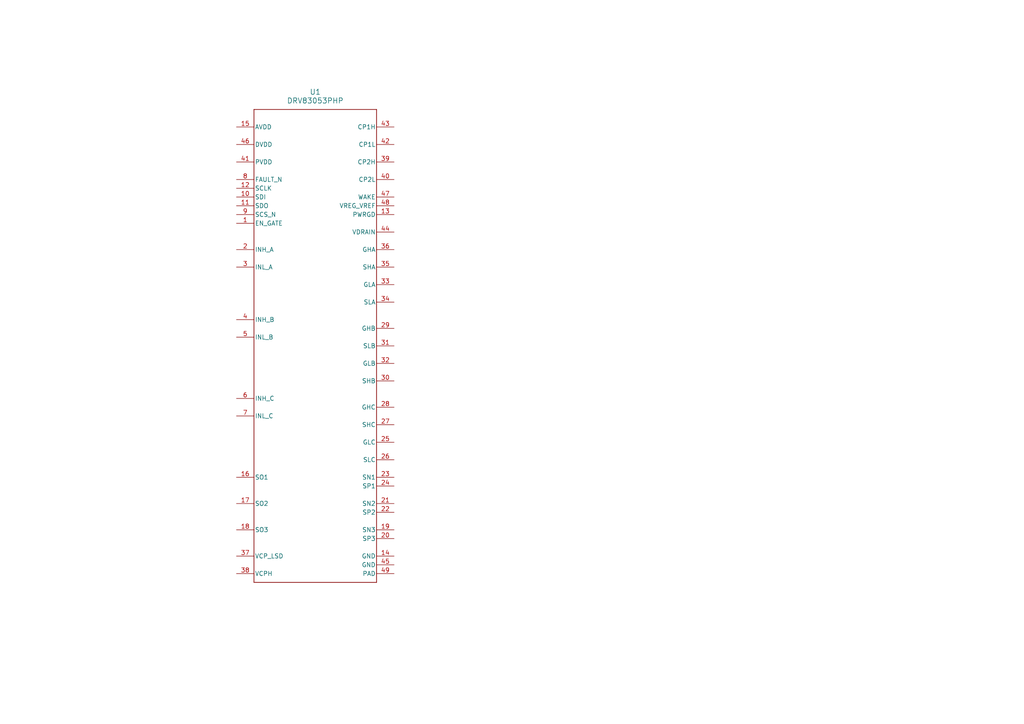
<source format=kicad_sch>
(kicad_sch (version 20231120) (generator "eeschema") (generator_version "8.0")
  (paper "A4")
  (lib_symbols
    (symbol "DRV8305:DRV83053PHP" (pin_names (offset 0.254))
      (property "Reference" "U" (at 0 2.54 0))
      (property "Value" "DRV83053PHP" (at 0 0 0))
      (symbol "DRV83053PHP_0_1"
        (polyline (pts (xy -17.78 -68.58) (xy 17.78 -68.58)) (stroke (width 0.2032)))
        (polyline (pts (xy -17.78 68.58) (xy -17.78 -68.58)) (stroke (width 0.2032)))
        (polyline (pts (xy 17.78 -68.58) (xy 17.78 68.58)) (stroke (width 0.2032)))
        (polyline (pts (xy 17.78 68.58) (xy -17.78 68.58)) (stroke (width 0.2032)))
        (pin input line (at -22.86 35.56 0) (length 5.08) (name "EN_GATE") (number "1"))
        (pin input line (at -22.86 43.18 0) (length 5.08) (name "SDI") (number "10"))
        (pin output line (at -22.86 40.64 0) (length 5.08) (name "SDO") (number "11"))
        (pin input line (at -22.86 45.72 0) (length 5.08) (name "SCLK") (number "12"))
        (pin open_collector line (at 22.86 38.1 180) (length 5.08) (name "PWRGD") (number "13"))
        (pin power_in line (at 22.86 -60.96 180) (length 5.08) (name "GND") (number "14"))
        (pin power_in line (at -22.86 63.5 0) (length 5.08) (name "AVDD") (number "15"))
        (pin output line (at -22.86 -38.1 0) (length 5.08) (name "SO1") (number "16"))
        (pin output line (at -22.86 -45.72 0) (length 5.08) (name "SO2") (number "17"))
        (pin output line (at -22.86 -53.34 0) (length 5.08) (name "SO3") (number "18"))
        (pin input line (at 22.86 -53.34 180) (length 5.08) (name "SN3") (number "19"))
        (pin input line (at -22.86 27.94 0) (length 5.08) (name "INH_A") (number "2"))
        (pin input line (at 22.86 -55.88 180) (length 5.08) (name "SP3") (number "20"))
        (pin input line (at 22.86 -45.72 180) (length 5.08) (name "SN2") (number "21"))
        (pin input line (at 22.86 -48.26 180) (length 5.08) (name "SP2") (number "22"))
        (pin input line (at 22.86 -38.1 180) (length 5.08) (name "SN1") (number "23"))
        (pin input line (at 22.86 -40.64 180) (length 5.08) (name "SP1") (number "24"))
        (pin output line (at 22.86 -27.94 180) (length 5.08) (name "GLC") (number "25"))
        (pin input line (at 22.86 -33.02 180) (length 5.08) (name "SLC") (number "26"))
        (pin input line (at 22.86 -22.86 180) (length 5.08) (name "SHC") (number "27"))
        (pin output line (at 22.86 -17.78 180) (length 5.08) (name "GHC") (number "28"))
        (pin output line (at 22.86 5.08 180) (length 5.08) (name "GHB") (number "29"))
        (pin input line (at -22.86 22.86 0) (length 5.08) (name "INL_A") (number "3"))
        (pin input line (at 22.86 -10.16 180) (length 5.08) (name "SHB") (number "30"))
        (pin input line (at 22.86 0 180) (length 5.08) (name "SLB") (number "31"))
        (pin output line (at 22.86 -5.08 180) (length 5.08) (name "GLB") (number "32"))
        (pin output line (at 22.86 17.78 180) (length 5.08) (name "GLA") (number "33"))
        (pin input line (at 22.86 12.7 180) (length 5.08) (name "SLA") (number "34"))
        (pin input line (at 22.86 22.86 180) (length 5.08) (name "SHA") (number "35"))
        (pin output line (at 22.86 27.94 180) (length 5.08) (name "GHA") (number "36"))
        (pin unspecified line (at -22.86 -60.96 0) (length 5.08) (name "VCP_LSD") (number "37"))
        (pin unspecified line (at -22.86 -66.04 0) (length 5.08) (name "VCPH") (number "38"))
        (pin unspecified line (at 22.86 53.34 180) (length 5.08) (name "CP2H") (number "39"))
        (pin input line (at -22.86 7.62 0) (length 5.08) (name "INH_B") (number "4"))
        (pin unspecified line (at 22.86 48.26 180) (length 5.08) (name "CP2L") (number "40"))
        (pin power_in line (at -22.86 53.34 0) (length 5.08) (name "PVDD") (number "41"))
        (pin unspecified line (at 22.86 58.42 180) (length 5.08) (name "CP1L") (number "42"))
        (pin unspecified line (at 22.86 63.5 180) (length 5.08) (name "CP1H") (number "43"))
        (pin power_in line (at 22.86 33.02 180) (length 5.08) (name "VDRAIN") (number "44"))
        (pin power_in line (at 22.86 -63.5 180) (length 5.08) (name "GND") (number "45"))
        (pin power_in line (at -22.86 58.42 0) (length 5.08) (name "DVDD") (number "46"))
        (pin input line (at 22.86 43.18 180) (length 5.08) (name "WAKE") (number "47"))
        (pin power_in line (at 22.86 40.64 180) (length 5.08) (name "VREG_VREF") (number "48"))
        (pin power_in line (at 22.86 -66.04 180) (length 5.08) (name "PAD") (number "49"))
        (pin input line (at -22.86 2.54 0) (length 5.08) (name "INL_B") (number "5"))
        (pin input line (at -22.86 -15.24 0) (length 5.08) (name "INH_C") (number "6"))
        (pin input line (at -22.86 -20.32 0) (length 5.08) (name "INL_C") (number "7"))
        (pin open_collector line (at -22.86 48.26 0) (length 5.08) (name "FAULT_N") (number "8"))
        (pin input line (at -22.86 38.1 0) (length 5.08) (name "SCS_N") (number "9"))
      )
    )
  )
  (symbol (lib_id "DRV8305:DRV83053PHP") (at 91.44 100.33 0) (unit 1)
    (property "Reference" "U1" (at 91.44 26.67 0) (effects (font (size 1.524 1.524))))
    (property "Value" "DRV83053PHP" (at 91.44 29.21 0) (effects (font (size 1.524 1.524))))
    (property "Footprint" "DRV8305:PHP0048G_N" (effects (hide yes)))
    (property "Datasheet" "DRV83053PHP" (effects (hide yes)))
  )
)
</source>
